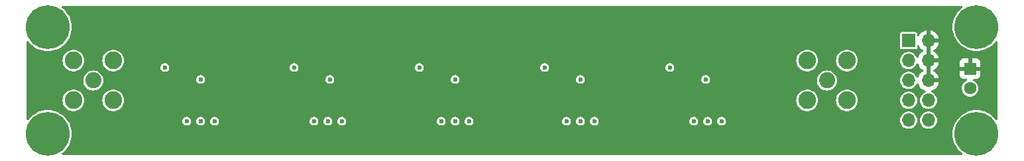
<source format=gbr>
%TF.GenerationSoftware,KiCad,Pcbnew,8.0.1*%
%TF.CreationDate,2024-05-04T10:24:18+02:00*%
%TF.ProjectId,Marconi_2955_Step_Attenuator,4d617263-6f6e-4695-9f32-3935355f5374,rev?*%
%TF.SameCoordinates,Original*%
%TF.FileFunction,Copper,L4,Bot*%
%TF.FilePolarity,Positive*%
%FSLAX46Y46*%
G04 Gerber Fmt 4.6, Leading zero omitted, Abs format (unit mm)*
G04 Created by KiCad (PCBNEW 8.0.1) date 2024-05-04 10:24:18*
%MOMM*%
%LPD*%
G01*
G04 APERTURE LIST*
%TA.AperFunction,ComponentPad*%
%ADD10C,5.600000*%
%TD*%
%TA.AperFunction,ComponentPad*%
%ADD11C,2.250000*%
%TD*%
%TA.AperFunction,ComponentPad*%
%ADD12C,2.050000*%
%TD*%
%TA.AperFunction,ComponentPad*%
%ADD13R,1.600000X1.600000*%
%TD*%
%TA.AperFunction,ComponentPad*%
%ADD14C,1.600000*%
%TD*%
%TA.AperFunction,ComponentPad*%
%ADD15R,1.700000X1.700000*%
%TD*%
%TA.AperFunction,ComponentPad*%
%ADD16O,1.700000X1.700000*%
%TD*%
%TA.AperFunction,ViaPad*%
%ADD17C,0.600000*%
%TD*%
G04 APERTURE END LIST*
D10*
%TO.P,REF\u002A\u002A,1*%
%TO.N,N/C*%
X105181400Y-34467800D03*
%TD*%
%TO.P,REF\u002A\u002A,1*%
%TO.N,N/C*%
X105181400Y-48107600D03*
%TD*%
%TO.P,REF\u002A\u002A,1*%
%TO.N,N/C*%
X223824800Y-48107600D03*
%TD*%
%TO.P,REF\u002A\u002A,1*%
%TO.N,N/C*%
X223824800Y-34442400D03*
%TD*%
D11*
%TO.P,OUT,2,Ext*%
%TO.N,GND*%
X113538000Y-43820000D03*
X113538000Y-38740000D03*
X108458000Y-43820000D03*
X108458000Y-38740000D03*
D12*
%TO.P,OUT,1,In*%
%TO.N,Net-(J1-In)*%
X110998000Y-41280000D03*
%TD*%
D13*
%TO.P,C27,1*%
%TO.N,+5V*%
X223000000Y-39780000D03*
D14*
%TO.P,C27,2*%
%TO.N,GND*%
X223000000Y-42280000D03*
%TD*%
D12*
%TO.P,IN,1,In*%
%TO.N,Net-(J2-In)*%
X204724000Y-41280000D03*
D11*
%TO.P,IN,2,Ext*%
%TO.N,GND*%
X202184000Y-38740000D03*
X202184000Y-43820000D03*
X207264000Y-38740000D03*
X207264000Y-43820000D03*
%TD*%
D15*
%TO.P,PM3,1,Pin_1*%
%TO.N,unconnected-(J3-Pin_1-Pad1)*%
X215138000Y-36195000D03*
D16*
%TO.P,PM3,2,Pin_2*%
%TO.N,+5V*%
X217678000Y-36195000D03*
%TO.P,PM3,3,Pin_3*%
%TO.N,Net-(J3-Pin_3)*%
X215138000Y-38735000D03*
%TO.P,PM3,4,Pin_4*%
%TO.N,+5V*%
X217678000Y-38735000D03*
%TO.P,PM3,5,Pin_5*%
%TO.N,unconnected-(J3-Pin_5-Pad5)*%
X215138000Y-41275000D03*
%TO.P,PM3,6,Pin_6*%
%TO.N,+5V*%
X217678000Y-41275000D03*
%TO.P,PM3,7,Pin_7*%
%TO.N,Net-(J3-Pin_7)*%
X215138000Y-43815000D03*
%TO.P,PM3,8,Pin_8*%
%TO.N,unconnected-(J3-Pin_8-Pad8)*%
X217678000Y-43815000D03*
%TO.P,PM3,9,Pin_9*%
%TO.N,unconnected-(J3-Pin_9-Pad9)*%
X215138000Y-46355000D03*
%TO.P,PM3,10,Pin_10*%
%TO.N,Net-(J3-Pin_10)*%
X217678000Y-46355000D03*
%TD*%
D17*
%TO.N,GND*%
X126502000Y-46482000D03*
X124724000Y-46482000D03*
X173238000Y-41148000D03*
X184668000Y-39624000D03*
X140980000Y-46482000D03*
X136662000Y-39624000D03*
X175016000Y-46482000D03*
X173238000Y-46482000D03*
X120152000Y-39624000D03*
X122946000Y-46482000D03*
X189494000Y-46482000D03*
X155458000Y-46482000D03*
X152664000Y-39624000D03*
X159014000Y-46482000D03*
X191272000Y-46482000D03*
X171460000Y-46482000D03*
X157236000Y-46482000D03*
X141234000Y-41148000D03*
X139202000Y-46482000D03*
X187716000Y-46482000D03*
X168666000Y-39624000D03*
X157236000Y-41148000D03*
X189240000Y-41148000D03*
X142758000Y-46482000D03*
X124724000Y-41148000D03*
%TO.N,+5V*%
X186192000Y-39624000D03*
X121676000Y-36576000D03*
X138186000Y-39624000D03*
X154188000Y-39624000D03*
X186192000Y-36576000D03*
X170190000Y-36576000D03*
X121676000Y-39624000D03*
X170190000Y-39624000D03*
X138186000Y-36576000D03*
X154188000Y-36576000D03*
%TD*%
%TA.AperFunction,Conductor*%
%TO.N,+5V*%
G36*
X217928000Y-40841988D02*
G01*
X217870993Y-40809075D01*
X217743826Y-40775000D01*
X217612174Y-40775000D01*
X217485007Y-40809075D01*
X217428000Y-40841988D01*
X217428000Y-39168012D01*
X217485007Y-39200925D01*
X217612174Y-39235000D01*
X217743826Y-39235000D01*
X217870993Y-39200925D01*
X217928000Y-39168012D01*
X217928000Y-40841988D01*
G37*
%TD.AperFunction*%
%TA.AperFunction,Conductor*%
G36*
X217928000Y-38301988D02*
G01*
X217870993Y-38269075D01*
X217743826Y-38235000D01*
X217612174Y-38235000D01*
X217485007Y-38269075D01*
X217428000Y-38301988D01*
X217428000Y-36628012D01*
X217485007Y-36660925D01*
X217612174Y-36695000D01*
X217743826Y-36695000D01*
X217870993Y-36660925D01*
X217928000Y-36628012D01*
X217928000Y-38301988D01*
G37*
%TD.AperFunction*%
%TA.AperFunction,Conductor*%
G36*
X221982831Y-31800185D02*
G01*
X222028586Y-31852989D01*
X222038530Y-31922147D01*
X222009505Y-31985703D01*
X221987549Y-32005627D01*
X221962383Y-32023483D01*
X221919840Y-32053669D01*
X221664373Y-32281970D01*
X221664370Y-32281973D01*
X221436069Y-32537440D01*
X221237798Y-32816878D01*
X221072063Y-33116753D01*
X220940946Y-33433299D01*
X220846097Y-33762524D01*
X220846095Y-33762533D01*
X220788705Y-34100306D01*
X220788703Y-34100318D01*
X220769493Y-34442400D01*
X220788703Y-34784481D01*
X220788705Y-34784493D01*
X220846095Y-35122266D01*
X220846097Y-35122275D01*
X220904192Y-35323926D01*
X220940947Y-35451504D01*
X221044908Y-35702487D01*
X221072063Y-35768046D01*
X221237798Y-36067921D01*
X221436069Y-36347359D01*
X221664370Y-36602826D01*
X221664373Y-36602829D01*
X221919840Y-36831130D01*
X221919846Y-36831134D01*
X221919847Y-36831135D01*
X222199279Y-37029402D01*
X222499152Y-37195136D01*
X222815696Y-37326253D01*
X223144930Y-37421104D01*
X223482714Y-37478496D01*
X223824800Y-37497707D01*
X224166886Y-37478496D01*
X224504670Y-37421104D01*
X224833904Y-37326253D01*
X225150448Y-37195136D01*
X225450321Y-37029402D01*
X225729753Y-36831135D01*
X225985228Y-36602828D01*
X226213535Y-36347353D01*
X226274371Y-36261611D01*
X226329218Y-36218329D01*
X226398760Y-36211569D01*
X226460917Y-36243479D01*
X226495955Y-36303929D01*
X226499500Y-36333368D01*
X226499500Y-46216631D01*
X226479815Y-46283670D01*
X226427011Y-46329425D01*
X226357853Y-46339369D01*
X226294297Y-46310344D01*
X226274371Y-46288386D01*
X226213537Y-46202650D01*
X226213531Y-46202642D01*
X225985229Y-45947173D01*
X225985226Y-45947170D01*
X225729759Y-45718869D01*
X225450321Y-45520598D01*
X225169967Y-45365652D01*
X225150448Y-45354864D01*
X224833904Y-45223747D01*
X224735857Y-45195500D01*
X224504675Y-45128897D01*
X224504666Y-45128895D01*
X224166893Y-45071505D01*
X224166881Y-45071503D01*
X223824800Y-45052293D01*
X223482718Y-45071503D01*
X223482706Y-45071505D01*
X223144933Y-45128895D01*
X223144924Y-45128897D01*
X222815699Y-45223746D01*
X222815696Y-45223747D01*
X222741452Y-45254500D01*
X222499153Y-45354863D01*
X222199278Y-45520598D01*
X221919840Y-45718869D01*
X221664373Y-45947170D01*
X221664370Y-45947173D01*
X221436069Y-46202640D01*
X221237798Y-46482078D01*
X221072063Y-46781953D01*
X220940946Y-47098499D01*
X220846097Y-47427724D01*
X220846095Y-47427733D01*
X220788705Y-47765506D01*
X220788703Y-47765518D01*
X220769493Y-48107600D01*
X220788703Y-48449681D01*
X220788704Y-48449686D01*
X220846096Y-48787470D01*
X220940947Y-49116704D01*
X221044908Y-49367687D01*
X221072063Y-49433246D01*
X221237798Y-49733121D01*
X221436069Y-50012559D01*
X221664370Y-50268026D01*
X221664373Y-50268029D01*
X221919842Y-50496331D01*
X221919850Y-50496337D01*
X222001640Y-50554371D01*
X222044924Y-50609218D01*
X222051684Y-50678760D01*
X222019773Y-50740917D01*
X221959324Y-50775955D01*
X221929885Y-50779500D01*
X107076315Y-50779500D01*
X107009276Y-50759815D01*
X106963521Y-50707011D01*
X106953577Y-50637853D01*
X106982602Y-50574297D01*
X107004560Y-50554371D01*
X107047809Y-50523683D01*
X107086353Y-50496335D01*
X107341828Y-50268028D01*
X107570135Y-50012553D01*
X107768402Y-49733121D01*
X107934136Y-49433248D01*
X108065253Y-49116704D01*
X108160104Y-48787470D01*
X108217496Y-48449686D01*
X108236707Y-48107600D01*
X108217496Y-47765514D01*
X108160104Y-47427730D01*
X108065253Y-47098496D01*
X107934136Y-46781952D01*
X107768402Y-46482079D01*
X107768346Y-46482000D01*
X122390750Y-46482000D01*
X122409670Y-46625708D01*
X122409671Y-46625712D01*
X122465137Y-46759622D01*
X122465138Y-46759624D01*
X122465139Y-46759625D01*
X122553379Y-46874621D01*
X122668375Y-46962861D01*
X122802291Y-47018330D01*
X122929280Y-47035048D01*
X122945999Y-47037250D01*
X122946000Y-47037250D01*
X122946001Y-47037250D01*
X122960977Y-47035278D01*
X123089709Y-47018330D01*
X123223625Y-46962861D01*
X123338621Y-46874621D01*
X123426861Y-46759625D01*
X123482330Y-46625709D01*
X123501250Y-46482000D01*
X124168750Y-46482000D01*
X124187670Y-46625708D01*
X124187671Y-46625712D01*
X124243137Y-46759622D01*
X124243138Y-46759624D01*
X124243139Y-46759625D01*
X124331379Y-46874621D01*
X124446375Y-46962861D01*
X124580291Y-47018330D01*
X124707280Y-47035048D01*
X124723999Y-47037250D01*
X124724000Y-47037250D01*
X124724001Y-47037250D01*
X124738977Y-47035278D01*
X124867709Y-47018330D01*
X125001625Y-46962861D01*
X125116621Y-46874621D01*
X125204861Y-46759625D01*
X125260330Y-46625709D01*
X125279250Y-46482000D01*
X125946750Y-46482000D01*
X125965670Y-46625708D01*
X125965671Y-46625712D01*
X126021137Y-46759622D01*
X126021138Y-46759624D01*
X126021139Y-46759625D01*
X126109379Y-46874621D01*
X126224375Y-46962861D01*
X126358291Y-47018330D01*
X126485280Y-47035048D01*
X126501999Y-47037250D01*
X126502000Y-47037250D01*
X126502001Y-47037250D01*
X126516977Y-47035278D01*
X126645709Y-47018330D01*
X126779625Y-46962861D01*
X126894621Y-46874621D01*
X126982861Y-46759625D01*
X127038330Y-46625709D01*
X127057250Y-46482000D01*
X138646750Y-46482000D01*
X138665670Y-46625708D01*
X138665671Y-46625712D01*
X138721137Y-46759622D01*
X138721138Y-46759624D01*
X138721139Y-46759625D01*
X138809379Y-46874621D01*
X138924375Y-46962861D01*
X139058291Y-47018330D01*
X139185280Y-47035048D01*
X139201999Y-47037250D01*
X139202000Y-47037250D01*
X139202001Y-47037250D01*
X139216977Y-47035278D01*
X139345709Y-47018330D01*
X139479625Y-46962861D01*
X139594621Y-46874621D01*
X139682861Y-46759625D01*
X139738330Y-46625709D01*
X139757250Y-46482000D01*
X140424750Y-46482000D01*
X140443670Y-46625708D01*
X140443671Y-46625712D01*
X140499137Y-46759622D01*
X140499138Y-46759624D01*
X140499139Y-46759625D01*
X140587379Y-46874621D01*
X140702375Y-46962861D01*
X140836291Y-47018330D01*
X140963280Y-47035048D01*
X140979999Y-47037250D01*
X140980000Y-47037250D01*
X140980001Y-47037250D01*
X140994977Y-47035278D01*
X141123709Y-47018330D01*
X141257625Y-46962861D01*
X141372621Y-46874621D01*
X141460861Y-46759625D01*
X141516330Y-46625709D01*
X141535250Y-46482000D01*
X142202750Y-46482000D01*
X142221670Y-46625708D01*
X142221671Y-46625712D01*
X142277137Y-46759622D01*
X142277138Y-46759624D01*
X142277139Y-46759625D01*
X142365379Y-46874621D01*
X142480375Y-46962861D01*
X142614291Y-47018330D01*
X142741280Y-47035048D01*
X142757999Y-47037250D01*
X142758000Y-47037250D01*
X142758001Y-47037250D01*
X142772977Y-47035278D01*
X142901709Y-47018330D01*
X143035625Y-46962861D01*
X143150621Y-46874621D01*
X143238861Y-46759625D01*
X143294330Y-46625709D01*
X143313250Y-46482000D01*
X154902750Y-46482000D01*
X154921670Y-46625708D01*
X154921671Y-46625712D01*
X154977137Y-46759622D01*
X154977138Y-46759624D01*
X154977139Y-46759625D01*
X155065379Y-46874621D01*
X155180375Y-46962861D01*
X155314291Y-47018330D01*
X155441280Y-47035048D01*
X155457999Y-47037250D01*
X155458000Y-47037250D01*
X155458001Y-47037250D01*
X155472977Y-47035278D01*
X155601709Y-47018330D01*
X155735625Y-46962861D01*
X155850621Y-46874621D01*
X155938861Y-46759625D01*
X155994330Y-46625709D01*
X156013250Y-46482000D01*
X156680750Y-46482000D01*
X156699670Y-46625708D01*
X156699671Y-46625712D01*
X156755137Y-46759622D01*
X156755138Y-46759624D01*
X156755139Y-46759625D01*
X156843379Y-46874621D01*
X156958375Y-46962861D01*
X157092291Y-47018330D01*
X157219280Y-47035048D01*
X157235999Y-47037250D01*
X157236000Y-47037250D01*
X157236001Y-47037250D01*
X157250977Y-47035278D01*
X157379709Y-47018330D01*
X157513625Y-46962861D01*
X157628621Y-46874621D01*
X157716861Y-46759625D01*
X157772330Y-46625709D01*
X157791250Y-46482000D01*
X158458750Y-46482000D01*
X158477670Y-46625708D01*
X158477671Y-46625712D01*
X158533137Y-46759622D01*
X158533138Y-46759624D01*
X158533139Y-46759625D01*
X158621379Y-46874621D01*
X158736375Y-46962861D01*
X158870291Y-47018330D01*
X158997280Y-47035048D01*
X159013999Y-47037250D01*
X159014000Y-47037250D01*
X159014001Y-47037250D01*
X159028977Y-47035278D01*
X159157709Y-47018330D01*
X159291625Y-46962861D01*
X159406621Y-46874621D01*
X159494861Y-46759625D01*
X159550330Y-46625709D01*
X159569250Y-46482000D01*
X170904750Y-46482000D01*
X170923670Y-46625708D01*
X170923671Y-46625712D01*
X170979137Y-46759622D01*
X170979138Y-46759624D01*
X170979139Y-46759625D01*
X171067379Y-46874621D01*
X171182375Y-46962861D01*
X171316291Y-47018330D01*
X171443280Y-47035048D01*
X171459999Y-47037250D01*
X171460000Y-47037250D01*
X171460001Y-47037250D01*
X171474977Y-47035278D01*
X171603709Y-47018330D01*
X171737625Y-46962861D01*
X171852621Y-46874621D01*
X171940861Y-46759625D01*
X171996330Y-46625709D01*
X172015250Y-46482000D01*
X172682750Y-46482000D01*
X172701670Y-46625708D01*
X172701671Y-46625712D01*
X172757137Y-46759622D01*
X172757138Y-46759624D01*
X172757139Y-46759625D01*
X172845379Y-46874621D01*
X172960375Y-46962861D01*
X173094291Y-47018330D01*
X173221280Y-47035048D01*
X173237999Y-47037250D01*
X173238000Y-47037250D01*
X173238001Y-47037250D01*
X173252977Y-47035278D01*
X173381709Y-47018330D01*
X173515625Y-46962861D01*
X173630621Y-46874621D01*
X173718861Y-46759625D01*
X173774330Y-46625709D01*
X173793250Y-46482000D01*
X174460750Y-46482000D01*
X174479670Y-46625708D01*
X174479671Y-46625712D01*
X174535137Y-46759622D01*
X174535138Y-46759624D01*
X174535139Y-46759625D01*
X174623379Y-46874621D01*
X174738375Y-46962861D01*
X174872291Y-47018330D01*
X174999280Y-47035048D01*
X175015999Y-47037250D01*
X175016000Y-47037250D01*
X175016001Y-47037250D01*
X175030977Y-47035278D01*
X175159709Y-47018330D01*
X175293625Y-46962861D01*
X175408621Y-46874621D01*
X175496861Y-46759625D01*
X175552330Y-46625709D01*
X175571250Y-46482000D01*
X187160750Y-46482000D01*
X187179670Y-46625708D01*
X187179671Y-46625712D01*
X187235137Y-46759622D01*
X187235138Y-46759624D01*
X187235139Y-46759625D01*
X187323379Y-46874621D01*
X187438375Y-46962861D01*
X187572291Y-47018330D01*
X187699280Y-47035048D01*
X187715999Y-47037250D01*
X187716000Y-47037250D01*
X187716001Y-47037250D01*
X187730977Y-47035278D01*
X187859709Y-47018330D01*
X187993625Y-46962861D01*
X188108621Y-46874621D01*
X188196861Y-46759625D01*
X188252330Y-46625709D01*
X188271250Y-46482000D01*
X188938750Y-46482000D01*
X188957670Y-46625708D01*
X188957671Y-46625712D01*
X189013137Y-46759622D01*
X189013138Y-46759624D01*
X189013139Y-46759625D01*
X189101379Y-46874621D01*
X189216375Y-46962861D01*
X189350291Y-47018330D01*
X189477280Y-47035048D01*
X189493999Y-47037250D01*
X189494000Y-47037250D01*
X189494001Y-47037250D01*
X189508977Y-47035278D01*
X189637709Y-47018330D01*
X189771625Y-46962861D01*
X189886621Y-46874621D01*
X189974861Y-46759625D01*
X190030330Y-46625709D01*
X190049250Y-46482000D01*
X190716750Y-46482000D01*
X190735670Y-46625708D01*
X190735671Y-46625712D01*
X190791137Y-46759622D01*
X190791138Y-46759624D01*
X190791139Y-46759625D01*
X190879379Y-46874621D01*
X190994375Y-46962861D01*
X191128291Y-47018330D01*
X191255280Y-47035048D01*
X191271999Y-47037250D01*
X191272000Y-47037250D01*
X191272001Y-47037250D01*
X191286977Y-47035278D01*
X191415709Y-47018330D01*
X191549625Y-46962861D01*
X191664621Y-46874621D01*
X191752861Y-46759625D01*
X191808330Y-46625709D01*
X191827250Y-46482000D01*
X191810530Y-46355000D01*
X214032785Y-46355000D01*
X214051602Y-46558082D01*
X214107417Y-46754247D01*
X214107422Y-46754260D01*
X214198327Y-46936821D01*
X214321237Y-47099581D01*
X214471958Y-47236980D01*
X214471960Y-47236982D01*
X214571141Y-47298392D01*
X214645363Y-47344348D01*
X214835544Y-47418024D01*
X215036024Y-47455500D01*
X215036026Y-47455500D01*
X215239974Y-47455500D01*
X215239976Y-47455500D01*
X215440456Y-47418024D01*
X215630637Y-47344348D01*
X215804041Y-47236981D01*
X215954764Y-47099579D01*
X216077673Y-46936821D01*
X216168582Y-46754250D01*
X216224397Y-46558083D01*
X216243215Y-46355000D01*
X216572785Y-46355000D01*
X216591602Y-46558082D01*
X216647417Y-46754247D01*
X216647422Y-46754260D01*
X216738327Y-46936821D01*
X216861237Y-47099581D01*
X217011958Y-47236980D01*
X217011960Y-47236982D01*
X217111141Y-47298392D01*
X217185363Y-47344348D01*
X217375544Y-47418024D01*
X217576024Y-47455500D01*
X217576026Y-47455500D01*
X217779974Y-47455500D01*
X217779976Y-47455500D01*
X217980456Y-47418024D01*
X218170637Y-47344348D01*
X218344041Y-47236981D01*
X218494764Y-47099579D01*
X218617673Y-46936821D01*
X218708582Y-46754250D01*
X218764397Y-46558083D01*
X218783215Y-46355000D01*
X218777042Y-46288386D01*
X218764397Y-46151917D01*
X218721496Y-46001139D01*
X218708582Y-45955750D01*
X218704311Y-45947173D01*
X218664272Y-45866764D01*
X218617673Y-45773179D01*
X218494764Y-45610421D01*
X218494762Y-45610418D01*
X218344041Y-45473019D01*
X218344039Y-45473017D01*
X218170642Y-45365655D01*
X218170635Y-45365651D01*
X218075546Y-45328814D01*
X217980456Y-45291976D01*
X217779976Y-45254500D01*
X217576024Y-45254500D01*
X217375544Y-45291976D01*
X217375541Y-45291976D01*
X217375541Y-45291977D01*
X217185364Y-45365651D01*
X217185357Y-45365655D01*
X217011960Y-45473017D01*
X217011958Y-45473019D01*
X216861237Y-45610418D01*
X216738327Y-45773178D01*
X216647422Y-45955739D01*
X216647417Y-45955752D01*
X216591602Y-46151917D01*
X216572785Y-46354999D01*
X216572785Y-46355000D01*
X216243215Y-46355000D01*
X216237042Y-46288386D01*
X216224397Y-46151917D01*
X216181496Y-46001139D01*
X216168582Y-45955750D01*
X216164311Y-45947173D01*
X216124272Y-45866764D01*
X216077673Y-45773179D01*
X215954764Y-45610421D01*
X215954762Y-45610418D01*
X215804041Y-45473019D01*
X215804039Y-45473017D01*
X215630642Y-45365655D01*
X215630635Y-45365651D01*
X215535546Y-45328814D01*
X215440456Y-45291976D01*
X215239976Y-45254500D01*
X215036024Y-45254500D01*
X214835544Y-45291976D01*
X214835541Y-45291976D01*
X214835541Y-45291977D01*
X214645364Y-45365651D01*
X214645357Y-45365655D01*
X214471960Y-45473017D01*
X214471958Y-45473019D01*
X214321237Y-45610418D01*
X214198327Y-45773178D01*
X214107422Y-45955739D01*
X214107417Y-45955752D01*
X214051602Y-46151917D01*
X214032785Y-46354999D01*
X214032785Y-46355000D01*
X191810530Y-46355000D01*
X191808330Y-46338291D01*
X191752861Y-46204375D01*
X191664621Y-46089379D01*
X191549625Y-46001139D01*
X191549624Y-46001138D01*
X191549622Y-46001137D01*
X191415712Y-45945671D01*
X191415710Y-45945670D01*
X191415709Y-45945670D01*
X191343854Y-45936210D01*
X191272001Y-45926750D01*
X191271999Y-45926750D01*
X191128291Y-45945670D01*
X191128287Y-45945671D01*
X190994377Y-46001137D01*
X190879379Y-46089379D01*
X190791137Y-46204377D01*
X190735671Y-46338287D01*
X190735670Y-46338291D01*
X190716750Y-46481999D01*
X190716750Y-46482000D01*
X190049250Y-46482000D01*
X190030330Y-46338291D01*
X189974861Y-46204375D01*
X189886621Y-46089379D01*
X189771625Y-46001139D01*
X189771624Y-46001138D01*
X189771622Y-46001137D01*
X189637712Y-45945671D01*
X189637710Y-45945670D01*
X189637709Y-45945670D01*
X189565854Y-45936210D01*
X189494001Y-45926750D01*
X189493999Y-45926750D01*
X189350291Y-45945670D01*
X189350287Y-45945671D01*
X189216377Y-46001137D01*
X189101379Y-46089379D01*
X189013137Y-46204377D01*
X188957671Y-46338287D01*
X188957670Y-46338291D01*
X188938750Y-46481999D01*
X188938750Y-46482000D01*
X188271250Y-46482000D01*
X188252330Y-46338291D01*
X188196861Y-46204375D01*
X188108621Y-46089379D01*
X187993625Y-46001139D01*
X187993624Y-46001138D01*
X187993622Y-46001137D01*
X187859712Y-45945671D01*
X187859710Y-45945670D01*
X187859709Y-45945670D01*
X187787854Y-45936210D01*
X187716001Y-45926750D01*
X187715999Y-45926750D01*
X187572291Y-45945670D01*
X187572287Y-45945671D01*
X187438377Y-46001137D01*
X187323379Y-46089379D01*
X187235137Y-46204377D01*
X187179671Y-46338287D01*
X187179670Y-46338291D01*
X187160750Y-46481999D01*
X187160750Y-46482000D01*
X175571250Y-46482000D01*
X175552330Y-46338291D01*
X175496861Y-46204375D01*
X175408621Y-46089379D01*
X175293625Y-46001139D01*
X175293624Y-46001138D01*
X175293622Y-46001137D01*
X175159712Y-45945671D01*
X175159710Y-45945670D01*
X175159709Y-45945670D01*
X175087854Y-45936210D01*
X175016001Y-45926750D01*
X175015999Y-45926750D01*
X174872291Y-45945670D01*
X174872287Y-45945671D01*
X174738377Y-46001137D01*
X174623379Y-46089379D01*
X174535137Y-46204377D01*
X174479671Y-46338287D01*
X174479670Y-46338291D01*
X174460750Y-46481999D01*
X174460750Y-46482000D01*
X173793250Y-46482000D01*
X173774330Y-46338291D01*
X173718861Y-46204375D01*
X173630621Y-46089379D01*
X173515625Y-46001139D01*
X173515624Y-46001138D01*
X173515622Y-46001137D01*
X173381712Y-45945671D01*
X173381710Y-45945670D01*
X173381709Y-45945670D01*
X173309854Y-45936210D01*
X173238001Y-45926750D01*
X173237999Y-45926750D01*
X173094291Y-45945670D01*
X173094287Y-45945671D01*
X172960377Y-46001137D01*
X172845379Y-46089379D01*
X172757137Y-46204377D01*
X172701671Y-46338287D01*
X172701670Y-46338291D01*
X172682750Y-46481999D01*
X172682750Y-46482000D01*
X172015250Y-46482000D01*
X171996330Y-46338291D01*
X171940861Y-46204375D01*
X171852621Y-46089379D01*
X171737625Y-46001139D01*
X171737624Y-46001138D01*
X171737622Y-46001137D01*
X171603712Y-45945671D01*
X171603710Y-45945670D01*
X171603709Y-45945670D01*
X171531854Y-45936210D01*
X171460001Y-45926750D01*
X171459999Y-45926750D01*
X171316291Y-45945670D01*
X171316287Y-45945671D01*
X171182377Y-46001137D01*
X171067379Y-46089379D01*
X170979137Y-46204377D01*
X170923671Y-46338287D01*
X170923670Y-46338291D01*
X170904750Y-46481999D01*
X170904750Y-46482000D01*
X159569250Y-46482000D01*
X159550330Y-46338291D01*
X159494861Y-46204375D01*
X159406621Y-46089379D01*
X159291625Y-46001139D01*
X159291624Y-46001138D01*
X159291622Y-46001137D01*
X159157712Y-45945671D01*
X159157710Y-45945670D01*
X159157709Y-45945670D01*
X159085854Y-45936210D01*
X159014001Y-45926750D01*
X159013999Y-45926750D01*
X158870291Y-45945670D01*
X158870287Y-45945671D01*
X158736377Y-46001137D01*
X158621379Y-46089379D01*
X158533137Y-46204377D01*
X158477671Y-46338287D01*
X158477670Y-46338291D01*
X158458750Y-46481999D01*
X158458750Y-46482000D01*
X157791250Y-46482000D01*
X157772330Y-46338291D01*
X157716861Y-46204375D01*
X157628621Y-46089379D01*
X157513625Y-46001139D01*
X157513624Y-46001138D01*
X157513622Y-46001137D01*
X157379712Y-45945671D01*
X157379710Y-45945670D01*
X157379709Y-45945670D01*
X157307854Y-45936210D01*
X157236001Y-45926750D01*
X157235999Y-45926750D01*
X157092291Y-45945670D01*
X157092287Y-45945671D01*
X156958377Y-46001137D01*
X156843379Y-46089379D01*
X156755137Y-46204377D01*
X156699671Y-46338287D01*
X156699670Y-46338291D01*
X156680750Y-46481999D01*
X156680750Y-46482000D01*
X156013250Y-46482000D01*
X155994330Y-46338291D01*
X155938861Y-46204375D01*
X155850621Y-46089379D01*
X155735625Y-46001139D01*
X155735624Y-46001138D01*
X155735622Y-46001137D01*
X155601712Y-45945671D01*
X155601710Y-45945670D01*
X155601709Y-45945670D01*
X155529854Y-45936210D01*
X155458001Y-45926750D01*
X155457999Y-45926750D01*
X155314291Y-45945670D01*
X155314287Y-45945671D01*
X155180377Y-46001137D01*
X155065379Y-46089379D01*
X154977137Y-46204377D01*
X154921671Y-46338287D01*
X154921670Y-46338291D01*
X154902750Y-46481999D01*
X154902750Y-46482000D01*
X143313250Y-46482000D01*
X143294330Y-46338291D01*
X143238861Y-46204375D01*
X143150621Y-46089379D01*
X143035625Y-46001139D01*
X143035624Y-46001138D01*
X143035622Y-46001137D01*
X142901712Y-45945671D01*
X142901710Y-45945670D01*
X142901709Y-45945670D01*
X142829854Y-45936210D01*
X142758001Y-45926750D01*
X142757999Y-45926750D01*
X142614291Y-45945670D01*
X142614287Y-45945671D01*
X142480377Y-46001137D01*
X142365379Y-46089379D01*
X142277137Y-46204377D01*
X142221671Y-46338287D01*
X142221670Y-46338291D01*
X142202750Y-46481999D01*
X142202750Y-46482000D01*
X141535250Y-46482000D01*
X141516330Y-46338291D01*
X141460861Y-46204375D01*
X141372621Y-46089379D01*
X141257625Y-46001139D01*
X141257624Y-46001138D01*
X141257622Y-46001137D01*
X141123712Y-45945671D01*
X141123710Y-45945670D01*
X141123709Y-45945670D01*
X141051854Y-45936210D01*
X140980001Y-45926750D01*
X140979999Y-45926750D01*
X140836291Y-45945670D01*
X140836287Y-45945671D01*
X140702377Y-46001137D01*
X140587379Y-46089379D01*
X140499137Y-46204377D01*
X140443671Y-46338287D01*
X140443670Y-46338291D01*
X140424750Y-46481999D01*
X140424750Y-46482000D01*
X139757250Y-46482000D01*
X139738330Y-46338291D01*
X139682861Y-46204375D01*
X139594621Y-46089379D01*
X139479625Y-46001139D01*
X139479624Y-46001138D01*
X139479622Y-46001137D01*
X139345712Y-45945671D01*
X139345710Y-45945670D01*
X139345709Y-45945670D01*
X139273854Y-45936210D01*
X139202001Y-45926750D01*
X139201999Y-45926750D01*
X139058291Y-45945670D01*
X139058287Y-45945671D01*
X138924377Y-46001137D01*
X138809379Y-46089379D01*
X138721137Y-46204377D01*
X138665671Y-46338287D01*
X138665670Y-46338291D01*
X138646750Y-46481999D01*
X138646750Y-46482000D01*
X127057250Y-46482000D01*
X127038330Y-46338291D01*
X126982861Y-46204375D01*
X126894621Y-46089379D01*
X126779625Y-46001139D01*
X126779624Y-46001138D01*
X126779622Y-46001137D01*
X126645712Y-45945671D01*
X126645710Y-45945670D01*
X126645709Y-45945670D01*
X126573854Y-45936210D01*
X126502001Y-45926750D01*
X126501999Y-45926750D01*
X126358291Y-45945670D01*
X126358287Y-45945671D01*
X126224377Y-46001137D01*
X126109379Y-46089379D01*
X126021137Y-46204377D01*
X125965671Y-46338287D01*
X125965670Y-46338291D01*
X125946750Y-46481999D01*
X125946750Y-46482000D01*
X125279250Y-46482000D01*
X125260330Y-46338291D01*
X125204861Y-46204375D01*
X125116621Y-46089379D01*
X125001625Y-46001139D01*
X125001624Y-46001138D01*
X125001622Y-46001137D01*
X124867712Y-45945671D01*
X124867710Y-45945670D01*
X124867709Y-45945670D01*
X124795854Y-45936210D01*
X124724001Y-45926750D01*
X124723999Y-45926750D01*
X124580291Y-45945670D01*
X124580287Y-45945671D01*
X124446377Y-46001137D01*
X124331379Y-46089379D01*
X124243137Y-46204377D01*
X124187671Y-46338287D01*
X124187670Y-46338291D01*
X124168750Y-46481999D01*
X124168750Y-46482000D01*
X123501250Y-46482000D01*
X123482330Y-46338291D01*
X123426861Y-46204375D01*
X123338621Y-46089379D01*
X123223625Y-46001139D01*
X123223624Y-46001138D01*
X123223622Y-46001137D01*
X123089712Y-45945671D01*
X123089710Y-45945670D01*
X123089709Y-45945670D01*
X123017854Y-45936210D01*
X122946001Y-45926750D01*
X122945999Y-45926750D01*
X122802291Y-45945670D01*
X122802287Y-45945671D01*
X122668377Y-46001137D01*
X122553379Y-46089379D01*
X122465137Y-46204377D01*
X122409671Y-46338287D01*
X122409670Y-46338291D01*
X122390750Y-46481999D01*
X122390750Y-46482000D01*
X107768346Y-46482000D01*
X107570135Y-46202647D01*
X107570131Y-46202642D01*
X107570130Y-46202640D01*
X107341829Y-45947173D01*
X107341826Y-45947170D01*
X107086359Y-45718869D01*
X106806921Y-45520598D01*
X106526567Y-45365652D01*
X106507048Y-45354864D01*
X106190504Y-45223747D01*
X106092457Y-45195500D01*
X105861275Y-45128897D01*
X105861266Y-45128895D01*
X105523493Y-45071505D01*
X105523481Y-45071503D01*
X105181400Y-45052293D01*
X104839318Y-45071503D01*
X104839306Y-45071505D01*
X104501533Y-45128895D01*
X104501524Y-45128897D01*
X104172299Y-45223746D01*
X104172296Y-45223747D01*
X104098052Y-45254500D01*
X103855753Y-45354863D01*
X103555878Y-45520598D01*
X103276440Y-45718869D01*
X103020973Y-45947170D01*
X103020970Y-45947173D01*
X102792668Y-46202642D01*
X102792662Y-46202650D01*
X102725629Y-46297124D01*
X102670782Y-46340408D01*
X102601240Y-46347168D01*
X102539083Y-46315257D01*
X102504045Y-46254808D01*
X102500500Y-46225369D01*
X102500500Y-43820006D01*
X107077786Y-43820006D01*
X107096608Y-44047168D01*
X107096610Y-44047179D01*
X107152569Y-44268155D01*
X107244137Y-44476908D01*
X107368814Y-44667742D01*
X107523208Y-44835458D01*
X107523212Y-44835461D01*
X107577897Y-44878024D01*
X107703094Y-44975469D01*
X107703096Y-44975470D01*
X107703099Y-44975472D01*
X107819646Y-45038543D01*
X107903574Y-45083963D01*
X108015529Y-45122397D01*
X108119173Y-45157979D01*
X108119175Y-45157979D01*
X108119177Y-45157980D01*
X108344023Y-45195500D01*
X108344024Y-45195500D01*
X108571976Y-45195500D01*
X108571977Y-45195500D01*
X108796823Y-45157980D01*
X109012426Y-45083963D01*
X109212906Y-44975469D01*
X109392794Y-44835456D01*
X109547183Y-44667745D01*
X109671862Y-44476909D01*
X109763430Y-44268155D01*
X109819390Y-44047176D01*
X109838214Y-43820006D01*
X112157786Y-43820006D01*
X112176608Y-44047168D01*
X112176610Y-44047179D01*
X112232569Y-44268155D01*
X112324137Y-44476908D01*
X112448814Y-44667742D01*
X112603208Y-44835458D01*
X112603212Y-44835461D01*
X112657897Y-44878024D01*
X112783094Y-44975469D01*
X112783096Y-44975470D01*
X112783099Y-44975472D01*
X112899646Y-45038543D01*
X112983574Y-45083963D01*
X113095529Y-45122397D01*
X113199173Y-45157979D01*
X113199175Y-45157979D01*
X113199177Y-45157980D01*
X113424023Y-45195500D01*
X113424024Y-45195500D01*
X113651976Y-45195500D01*
X113651977Y-45195500D01*
X113876823Y-45157980D01*
X114092426Y-45083963D01*
X114292906Y-44975469D01*
X114472794Y-44835456D01*
X114627183Y-44667745D01*
X114751862Y-44476909D01*
X114843430Y-44268155D01*
X114899390Y-44047176D01*
X114918214Y-43820006D01*
X200803786Y-43820006D01*
X200822608Y-44047168D01*
X200822610Y-44047179D01*
X200878569Y-44268155D01*
X200970137Y-44476908D01*
X201094814Y-44667742D01*
X201249208Y-44835458D01*
X201249212Y-44835461D01*
X201303897Y-44878024D01*
X201429094Y-44975469D01*
X201429096Y-44975470D01*
X201429099Y-44975472D01*
X201545646Y-45038543D01*
X201629574Y-45083963D01*
X201741529Y-45122397D01*
X201845173Y-45157979D01*
X201845175Y-45157979D01*
X201845177Y-45157980D01*
X202070023Y-45195500D01*
X202070024Y-45195500D01*
X202297976Y-45195500D01*
X202297977Y-45195500D01*
X202522823Y-45157980D01*
X202738426Y-45083963D01*
X202938906Y-44975469D01*
X203118794Y-44835456D01*
X203273183Y-44667745D01*
X203397862Y-44476909D01*
X203489430Y-44268155D01*
X203545390Y-44047176D01*
X203564214Y-43820006D01*
X205883786Y-43820006D01*
X205902608Y-44047168D01*
X205902610Y-44047179D01*
X205958569Y-44268155D01*
X206050137Y-44476908D01*
X206174814Y-44667742D01*
X206329208Y-44835458D01*
X206329212Y-44835461D01*
X206383897Y-44878024D01*
X206509094Y-44975469D01*
X206509096Y-44975470D01*
X206509099Y-44975472D01*
X206625646Y-45038543D01*
X206709574Y-45083963D01*
X206821529Y-45122397D01*
X206925173Y-45157979D01*
X206925175Y-45157979D01*
X206925177Y-45157980D01*
X207150023Y-45195500D01*
X207150024Y-45195500D01*
X207377976Y-45195500D01*
X207377977Y-45195500D01*
X207602823Y-45157980D01*
X207818426Y-45083963D01*
X208018906Y-44975469D01*
X208198794Y-44835456D01*
X208353183Y-44667745D01*
X208477862Y-44476909D01*
X208569430Y-44268155D01*
X208625390Y-44047176D01*
X208644214Y-43820000D01*
X208644214Y-43819993D01*
X208643800Y-43815000D01*
X214032785Y-43815000D01*
X214051602Y-44018082D01*
X214107417Y-44214247D01*
X214107422Y-44214260D01*
X214198327Y-44396821D01*
X214321237Y-44559581D01*
X214471958Y-44696980D01*
X214471960Y-44696982D01*
X214571141Y-44758392D01*
X214645363Y-44804348D01*
X214835544Y-44878024D01*
X215036024Y-44915500D01*
X215036026Y-44915500D01*
X215239974Y-44915500D01*
X215239976Y-44915500D01*
X215440456Y-44878024D01*
X215630637Y-44804348D01*
X215804041Y-44696981D01*
X215954764Y-44559579D01*
X216077673Y-44396821D01*
X216168582Y-44214250D01*
X216224397Y-44018083D01*
X216243215Y-43815000D01*
X216224397Y-43611917D01*
X216168582Y-43415750D01*
X216077673Y-43233179D01*
X215954764Y-43070421D01*
X215954762Y-43070418D01*
X215804041Y-42933019D01*
X215804039Y-42933017D01*
X215630642Y-42825655D01*
X215630635Y-42825651D01*
X215516321Y-42781366D01*
X215440456Y-42751976D01*
X215239976Y-42714500D01*
X215036024Y-42714500D01*
X214835544Y-42751976D01*
X214835541Y-42751976D01*
X214835541Y-42751977D01*
X214645364Y-42825651D01*
X214645357Y-42825655D01*
X214471960Y-42933017D01*
X214471958Y-42933019D01*
X214321237Y-43070418D01*
X214198327Y-43233178D01*
X214107422Y-43415739D01*
X214107417Y-43415752D01*
X214051602Y-43611917D01*
X214032785Y-43814999D01*
X214032785Y-43815000D01*
X208643800Y-43815000D01*
X208625391Y-43592831D01*
X208625389Y-43592820D01*
X208569430Y-43371844D01*
X208477862Y-43163091D01*
X208353185Y-42972257D01*
X208255784Y-42866452D01*
X208198794Y-42804544D01*
X208198793Y-42804543D01*
X208198791Y-42804541D01*
X208198787Y-42804538D01*
X208018909Y-42664533D01*
X208018900Y-42664527D01*
X207818432Y-42556040D01*
X207818429Y-42556039D01*
X207818426Y-42556037D01*
X207818420Y-42556035D01*
X207818418Y-42556034D01*
X207602826Y-42482020D01*
X207434188Y-42453880D01*
X207377977Y-42444500D01*
X207150023Y-42444500D01*
X207125453Y-42448600D01*
X206925173Y-42482020D01*
X206709581Y-42556034D01*
X206709567Y-42556040D01*
X206509099Y-42664527D01*
X206509090Y-42664533D01*
X206329212Y-42804538D01*
X206329208Y-42804541D01*
X206174814Y-42972257D01*
X206050137Y-43163091D01*
X205958569Y-43371844D01*
X205902610Y-43592820D01*
X205902608Y-43592831D01*
X205883786Y-43819993D01*
X205883786Y-43820006D01*
X203564214Y-43820006D01*
X203564214Y-43820000D01*
X203564214Y-43819993D01*
X203545391Y-43592831D01*
X203545389Y-43592820D01*
X203489430Y-43371844D01*
X203397862Y-43163091D01*
X203273185Y-42972257D01*
X203175784Y-42866452D01*
X203118794Y-42804544D01*
X203118793Y-42804543D01*
X203118791Y-42804541D01*
X203118787Y-42804538D01*
X202938909Y-42664533D01*
X202938900Y-42664527D01*
X202738432Y-42556040D01*
X202738429Y-42556039D01*
X202738426Y-42556037D01*
X202738420Y-42556035D01*
X202738418Y-42556034D01*
X202522826Y-42482020D01*
X202354188Y-42453880D01*
X202297977Y-42444500D01*
X202070023Y-42444500D01*
X202045453Y-42448600D01*
X201845173Y-42482020D01*
X201629581Y-42556034D01*
X201629567Y-42556040D01*
X201429099Y-42664527D01*
X201429090Y-42664533D01*
X201249212Y-42804538D01*
X201249208Y-42804541D01*
X201094814Y-42972257D01*
X200970137Y-43163091D01*
X200878569Y-43371844D01*
X200822610Y-43592820D01*
X200822608Y-43592831D01*
X200803786Y-43819993D01*
X200803786Y-43820006D01*
X114918214Y-43820006D01*
X114918214Y-43820000D01*
X114918214Y-43819993D01*
X114899391Y-43592831D01*
X114899389Y-43592820D01*
X114843430Y-43371844D01*
X114751862Y-43163091D01*
X114627185Y-42972257D01*
X114529784Y-42866452D01*
X114472794Y-42804544D01*
X114472793Y-42804543D01*
X114472791Y-42804541D01*
X114472787Y-42804538D01*
X114292909Y-42664533D01*
X114292900Y-42664527D01*
X114092432Y-42556040D01*
X114092429Y-42556039D01*
X114092426Y-42556037D01*
X114092420Y-42556035D01*
X114092418Y-42556034D01*
X113876826Y-42482020D01*
X113708188Y-42453880D01*
X113651977Y-42444500D01*
X113424023Y-42444500D01*
X113399453Y-42448600D01*
X113199173Y-42482020D01*
X112983581Y-42556034D01*
X112983567Y-42556040D01*
X112783099Y-42664527D01*
X112783090Y-42664533D01*
X112603212Y-42804538D01*
X112603208Y-42804541D01*
X112448814Y-42972257D01*
X112324137Y-43163091D01*
X112232569Y-43371844D01*
X112176610Y-43592820D01*
X112176608Y-43592831D01*
X112157786Y-43819993D01*
X112157786Y-43820006D01*
X109838214Y-43820006D01*
X109838214Y-43820000D01*
X109838214Y-43819993D01*
X109819391Y-43592831D01*
X109819389Y-43592820D01*
X109763430Y-43371844D01*
X109671862Y-43163091D01*
X109547185Y-42972257D01*
X109449784Y-42866452D01*
X109392794Y-42804544D01*
X109392793Y-42804543D01*
X109392791Y-42804541D01*
X109392787Y-42804538D01*
X109212909Y-42664533D01*
X109212900Y-42664527D01*
X109012432Y-42556040D01*
X109012429Y-42556039D01*
X109012426Y-42556037D01*
X109012420Y-42556035D01*
X109012418Y-42556034D01*
X108796826Y-42482020D01*
X108628188Y-42453880D01*
X108571977Y-42444500D01*
X108344023Y-42444500D01*
X108319453Y-42448600D01*
X108119173Y-42482020D01*
X107903581Y-42556034D01*
X107903567Y-42556040D01*
X107703099Y-42664527D01*
X107703090Y-42664533D01*
X107523212Y-42804538D01*
X107523208Y-42804541D01*
X107368814Y-42972257D01*
X107244137Y-43163091D01*
X107152569Y-43371844D01*
X107096610Y-43592820D01*
X107096608Y-43592831D01*
X107077786Y-43819993D01*
X107077786Y-43820006D01*
X102500500Y-43820006D01*
X102500500Y-41280000D01*
X109717628Y-41280000D01*
X109737079Y-41502329D01*
X109737081Y-41502339D01*
X109794841Y-41717905D01*
X109794843Y-41717909D01*
X109794844Y-41717913D01*
X109889165Y-41920186D01*
X110017178Y-42103007D01*
X110174993Y-42260822D01*
X110357814Y-42388835D01*
X110560087Y-42483156D01*
X110560093Y-42483157D01*
X110560094Y-42483158D01*
X110611980Y-42497060D01*
X110775666Y-42540920D01*
X110948486Y-42556040D01*
X110997999Y-42560372D01*
X110998000Y-42560372D01*
X110998001Y-42560372D01*
X111047514Y-42556040D01*
X111220334Y-42540920D01*
X111435913Y-42483156D01*
X111638186Y-42388835D01*
X111821007Y-42260822D01*
X111978822Y-42103007D01*
X112106835Y-41920186D01*
X112201156Y-41717913D01*
X112258920Y-41502334D01*
X112278372Y-41280000D01*
X112277934Y-41274999D01*
X112266823Y-41148000D01*
X124168750Y-41148000D01*
X124186813Y-41285203D01*
X124187670Y-41291708D01*
X124187671Y-41291712D01*
X124243137Y-41425622D01*
X124243138Y-41425624D01*
X124243139Y-41425625D01*
X124331379Y-41540621D01*
X124446375Y-41628861D01*
X124580291Y-41684330D01*
X124707280Y-41701048D01*
X124723999Y-41703250D01*
X124724000Y-41703250D01*
X124724001Y-41703250D01*
X124738977Y-41701278D01*
X124867709Y-41684330D01*
X125001625Y-41628861D01*
X125116621Y-41540621D01*
X125204861Y-41425625D01*
X125260330Y-41291709D01*
X125279250Y-41148000D01*
X140678750Y-41148000D01*
X140696813Y-41285203D01*
X140697670Y-41291708D01*
X140697671Y-41291712D01*
X140753137Y-41425622D01*
X140753138Y-41425624D01*
X140753139Y-41425625D01*
X140841379Y-41540621D01*
X140956375Y-41628861D01*
X141090291Y-41684330D01*
X141217280Y-41701048D01*
X141233999Y-41703250D01*
X141234000Y-41703250D01*
X141234001Y-41703250D01*
X141248977Y-41701278D01*
X141377709Y-41684330D01*
X141511625Y-41628861D01*
X141626621Y-41540621D01*
X141714861Y-41425625D01*
X141770330Y-41291709D01*
X141789250Y-41148000D01*
X156680750Y-41148000D01*
X156698813Y-41285203D01*
X156699670Y-41291708D01*
X156699671Y-41291712D01*
X156755137Y-41425622D01*
X156755138Y-41425624D01*
X156755139Y-41425625D01*
X156843379Y-41540621D01*
X156958375Y-41628861D01*
X157092291Y-41684330D01*
X157219280Y-41701048D01*
X157235999Y-41703250D01*
X157236000Y-41703250D01*
X157236001Y-41703250D01*
X157250977Y-41701278D01*
X157379709Y-41684330D01*
X157513625Y-41628861D01*
X157628621Y-41540621D01*
X157716861Y-41425625D01*
X157772330Y-41291709D01*
X157791250Y-41148000D01*
X172682750Y-41148000D01*
X172700813Y-41285203D01*
X172701670Y-41291708D01*
X172701671Y-41291712D01*
X172757137Y-41425622D01*
X172757138Y-41425624D01*
X172757139Y-41425625D01*
X172845379Y-41540621D01*
X172960375Y-41628861D01*
X173094291Y-41684330D01*
X173221280Y-41701048D01*
X173237999Y-41703250D01*
X173238000Y-41703250D01*
X173238001Y-41703250D01*
X173252977Y-41701278D01*
X173381709Y-41684330D01*
X173515625Y-41628861D01*
X173630621Y-41540621D01*
X173718861Y-41425625D01*
X173774330Y-41291709D01*
X173793250Y-41148000D01*
X188684750Y-41148000D01*
X188702813Y-41285203D01*
X188703670Y-41291708D01*
X188703671Y-41291712D01*
X188759137Y-41425622D01*
X188759138Y-41425624D01*
X188759139Y-41425625D01*
X188847379Y-41540621D01*
X188962375Y-41628861D01*
X189096291Y-41684330D01*
X189223280Y-41701048D01*
X189239999Y-41703250D01*
X189240000Y-41703250D01*
X189240001Y-41703250D01*
X189254977Y-41701278D01*
X189383709Y-41684330D01*
X189517625Y-41628861D01*
X189632621Y-41540621D01*
X189720861Y-41425625D01*
X189776330Y-41291709D01*
X189777872Y-41280000D01*
X203443628Y-41280000D01*
X203463079Y-41502329D01*
X203463081Y-41502339D01*
X203520841Y-41717905D01*
X203520843Y-41717909D01*
X203520844Y-41717913D01*
X203615165Y-41920186D01*
X203743178Y-42103007D01*
X203900993Y-42260822D01*
X204083814Y-42388835D01*
X204286087Y-42483156D01*
X204286093Y-42483157D01*
X204286094Y-42483158D01*
X204337980Y-42497060D01*
X204501666Y-42540920D01*
X204674486Y-42556040D01*
X204723999Y-42560372D01*
X204724000Y-42560372D01*
X204724001Y-42560372D01*
X204773514Y-42556040D01*
X204946334Y-42540920D01*
X205161913Y-42483156D01*
X205364186Y-42388835D01*
X205547007Y-42260822D01*
X205704822Y-42103007D01*
X205832835Y-41920186D01*
X205927156Y-41717913D01*
X205984920Y-41502334D01*
X206004372Y-41280000D01*
X206003934Y-41275000D01*
X214032785Y-41275000D01*
X214051602Y-41478082D01*
X214107417Y-41674247D01*
X214107422Y-41674260D01*
X214198327Y-41856821D01*
X214321237Y-42019581D01*
X214471958Y-42156980D01*
X214471960Y-42156982D01*
X214571141Y-42218392D01*
X214645363Y-42264348D01*
X214835544Y-42338024D01*
X215036024Y-42375500D01*
X215036026Y-42375500D01*
X215239974Y-42375500D01*
X215239976Y-42375500D01*
X215440456Y-42338024D01*
X215630637Y-42264348D01*
X215804041Y-42156981D01*
X215954764Y-42019579D01*
X216077673Y-41856821D01*
X216158972Y-41693550D01*
X216164817Y-41681812D01*
X216212319Y-41630575D01*
X216279982Y-41613153D01*
X216346323Y-41635078D01*
X216390278Y-41689389D01*
X216395592Y-41704989D01*
X216404567Y-41738485D01*
X216404570Y-41738492D01*
X216504399Y-41952578D01*
X216639894Y-42146082D01*
X216806917Y-42313105D01*
X217000421Y-42448600D01*
X217214507Y-42548429D01*
X217214516Y-42548433D01*
X217253583Y-42558901D01*
X217313244Y-42595266D01*
X217343773Y-42658113D01*
X217335479Y-42727488D01*
X217290993Y-42781366D01*
X217266284Y-42794302D01*
X217185373Y-42825647D01*
X217185357Y-42825655D01*
X217011960Y-42933017D01*
X217011958Y-42933019D01*
X216861237Y-43070418D01*
X216738327Y-43233178D01*
X216647422Y-43415739D01*
X216647417Y-43415752D01*
X216591602Y-43611917D01*
X216572785Y-43814999D01*
X216572785Y-43815000D01*
X216591602Y-44018082D01*
X216647417Y-44214247D01*
X216647422Y-44214260D01*
X216738327Y-44396821D01*
X216861237Y-44559581D01*
X217011958Y-44696980D01*
X217011960Y-44696982D01*
X217111141Y-44758392D01*
X217185363Y-44804348D01*
X217375544Y-44878024D01*
X217576024Y-44915500D01*
X217576026Y-44915500D01*
X217779974Y-44915500D01*
X217779976Y-44915500D01*
X217980456Y-44878024D01*
X218170637Y-44804348D01*
X218344041Y-44696981D01*
X218494764Y-44559579D01*
X218617673Y-44396821D01*
X218708582Y-44214250D01*
X218764397Y-44018083D01*
X218783215Y-43815000D01*
X218764397Y-43611917D01*
X218708582Y-43415750D01*
X218617673Y-43233179D01*
X218494764Y-43070421D01*
X218494762Y-43070418D01*
X218344041Y-42933019D01*
X218344039Y-42933017D01*
X218170642Y-42825655D01*
X218170635Y-42825651D01*
X218089715Y-42794303D01*
X218034313Y-42751730D01*
X218010723Y-42685963D01*
X218026434Y-42617883D01*
X218076458Y-42569104D01*
X218102417Y-42558901D01*
X218141481Y-42548434D01*
X218141492Y-42548429D01*
X218355578Y-42448600D01*
X218549082Y-42313105D01*
X218716105Y-42146082D01*
X218851600Y-41952578D01*
X218951429Y-41738492D01*
X218951432Y-41738486D01*
X219008636Y-41525000D01*
X218111012Y-41525000D01*
X218143925Y-41467993D01*
X218178000Y-41340826D01*
X218178000Y-41209174D01*
X218143925Y-41082007D01*
X218111012Y-41025000D01*
X219008636Y-41025000D01*
X219008635Y-41024999D01*
X218951432Y-40811513D01*
X218951429Y-40811507D01*
X218865786Y-40627844D01*
X221700000Y-40627844D01*
X221706401Y-40687372D01*
X221706403Y-40687379D01*
X221756645Y-40822086D01*
X221756649Y-40822093D01*
X221842809Y-40937187D01*
X221842812Y-40937190D01*
X221957906Y-41023350D01*
X221957913Y-41023354D01*
X222092620Y-41073596D01*
X222092627Y-41073598D01*
X222152155Y-41079999D01*
X222152172Y-41080000D01*
X222521521Y-41080000D01*
X222588560Y-41099685D01*
X222634315Y-41152489D01*
X222644259Y-41221647D01*
X222615234Y-41285203D01*
X222579974Y-41313358D01*
X222413550Y-41402315D01*
X222413548Y-41402316D01*
X222413547Y-41402317D01*
X222253589Y-41533589D01*
X222122317Y-41693547D01*
X222122315Y-41693550D01*
X222116201Y-41704989D01*
X222024769Y-41876043D01*
X221964699Y-42074067D01*
X221944417Y-42280000D01*
X221964699Y-42485932D01*
X221983659Y-42548434D01*
X222024768Y-42683954D01*
X222122315Y-42866450D01*
X222122317Y-42866452D01*
X222253589Y-43026410D01*
X222350209Y-43105702D01*
X222413550Y-43157685D01*
X222596046Y-43255232D01*
X222794066Y-43315300D01*
X222794065Y-43315300D01*
X222812529Y-43317118D01*
X223000000Y-43335583D01*
X223205934Y-43315300D01*
X223403954Y-43255232D01*
X223586450Y-43157685D01*
X223746410Y-43026410D01*
X223877685Y-42866450D01*
X223975232Y-42683954D01*
X224035300Y-42485934D01*
X224055583Y-42280000D01*
X224035300Y-42074066D01*
X223975232Y-41876046D01*
X223877685Y-41693550D01*
X223786145Y-41582007D01*
X223746410Y-41533589D01*
X223586452Y-41402317D01*
X223586453Y-41402317D01*
X223586450Y-41402315D01*
X223420025Y-41313358D01*
X223370181Y-41264395D01*
X223354721Y-41196257D01*
X223378553Y-41130578D01*
X223434111Y-41088209D01*
X223478479Y-41080000D01*
X223847828Y-41080000D01*
X223847844Y-41079999D01*
X223907372Y-41073598D01*
X223907379Y-41073596D01*
X224042086Y-41023354D01*
X224042093Y-41023350D01*
X224157187Y-40937190D01*
X224157190Y-40937187D01*
X224243350Y-40822093D01*
X224243354Y-40822086D01*
X224293596Y-40687379D01*
X224293598Y-40687372D01*
X224299999Y-40627844D01*
X224300000Y-40627827D01*
X224300000Y-40030000D01*
X223315686Y-40030000D01*
X223320080Y-40025606D01*
X223372741Y-39934394D01*
X223400000Y-39832661D01*
X223400000Y-39727339D01*
X223372741Y-39625606D01*
X223320080Y-39534394D01*
X223315686Y-39530000D01*
X224300000Y-39530000D01*
X224300000Y-38932172D01*
X224299999Y-38932155D01*
X224293598Y-38872627D01*
X224293596Y-38872620D01*
X224243354Y-38737913D01*
X224243350Y-38737906D01*
X224157190Y-38622812D01*
X224157187Y-38622809D01*
X224042093Y-38536649D01*
X224042086Y-38536645D01*
X223907379Y-38486403D01*
X223907372Y-38486401D01*
X223847844Y-38480000D01*
X223250000Y-38480000D01*
X223250000Y-39464314D01*
X223245606Y-39459920D01*
X223154394Y-39407259D01*
X223052661Y-39380000D01*
X222947339Y-39380000D01*
X222845606Y-39407259D01*
X222754394Y-39459920D01*
X222750000Y-39464314D01*
X222750000Y-38480000D01*
X222152155Y-38480000D01*
X222092627Y-38486401D01*
X222092620Y-38486403D01*
X221957913Y-38536645D01*
X221957906Y-38536649D01*
X221842812Y-38622809D01*
X221842809Y-38622812D01*
X221756649Y-38737906D01*
X221756645Y-38737913D01*
X221706403Y-38872620D01*
X221706401Y-38872627D01*
X221700000Y-38932155D01*
X221700000Y-39530000D01*
X222684314Y-39530000D01*
X222679920Y-39534394D01*
X222627259Y-39625606D01*
X222600000Y-39727339D01*
X222600000Y-39832661D01*
X222627259Y-39934394D01*
X222679920Y-40025606D01*
X222684314Y-40030000D01*
X221700000Y-40030000D01*
X221700000Y-40627844D01*
X218865786Y-40627844D01*
X218851600Y-40597422D01*
X218851599Y-40597420D01*
X218716113Y-40403926D01*
X218716108Y-40403920D01*
X218549082Y-40236894D01*
X218362968Y-40106575D01*
X218319344Y-40051998D01*
X218312151Y-39982499D01*
X218343673Y-39920145D01*
X218362968Y-39903425D01*
X218549082Y-39773105D01*
X218716105Y-39606082D01*
X218851600Y-39412578D01*
X218951429Y-39198492D01*
X218951432Y-39198486D01*
X219008636Y-38985000D01*
X218111012Y-38985000D01*
X218143925Y-38927993D01*
X218178000Y-38800826D01*
X218178000Y-38669174D01*
X218143925Y-38542007D01*
X218111012Y-38485000D01*
X219008636Y-38485000D01*
X219008635Y-38484999D01*
X218951432Y-38271513D01*
X218951429Y-38271507D01*
X218851600Y-38057422D01*
X218851599Y-38057420D01*
X218716113Y-37863926D01*
X218716108Y-37863920D01*
X218549082Y-37696894D01*
X218362968Y-37566575D01*
X218319344Y-37511998D01*
X218312151Y-37442499D01*
X218343673Y-37380145D01*
X218362968Y-37363425D01*
X218549082Y-37233105D01*
X218716105Y-37066082D01*
X218851600Y-36872578D01*
X218951429Y-36658492D01*
X218951432Y-36658486D01*
X219008636Y-36445000D01*
X218111012Y-36445000D01*
X218143925Y-36387993D01*
X218178000Y-36260826D01*
X218178000Y-36129174D01*
X218143925Y-36002007D01*
X218111012Y-35945000D01*
X219008636Y-35945000D01*
X219008635Y-35944999D01*
X218951432Y-35731513D01*
X218951429Y-35731507D01*
X218851600Y-35517422D01*
X218851599Y-35517420D01*
X218716113Y-35323926D01*
X218716108Y-35323920D01*
X218549082Y-35156894D01*
X218355578Y-35021399D01*
X218141492Y-34921570D01*
X218141486Y-34921567D01*
X217928000Y-34864364D01*
X217928000Y-35761988D01*
X217870993Y-35729075D01*
X217743826Y-35695000D01*
X217612174Y-35695000D01*
X217485007Y-35729075D01*
X217428000Y-35761988D01*
X217428000Y-34864364D01*
X217427999Y-34864364D01*
X217214513Y-34921567D01*
X217214507Y-34921570D01*
X217000422Y-35021399D01*
X217000420Y-35021400D01*
X216806926Y-35156886D01*
X216806920Y-35156891D01*
X216639891Y-35323920D01*
X216639886Y-35323926D01*
X216504400Y-35517420D01*
X216504399Y-35517422D01*
X216474882Y-35580723D01*
X216428710Y-35633162D01*
X216361516Y-35652314D01*
X216294635Y-35632098D01*
X216249300Y-35578933D01*
X216238500Y-35528318D01*
X216238500Y-35320323D01*
X216238499Y-35320321D01*
X216223967Y-35247264D01*
X216223966Y-35247260D01*
X216168601Y-35164399D01*
X216105557Y-35122275D01*
X216085739Y-35109033D01*
X216085735Y-35109032D01*
X216012677Y-35094500D01*
X216012674Y-35094500D01*
X214263326Y-35094500D01*
X214263323Y-35094500D01*
X214190264Y-35109032D01*
X214190260Y-35109033D01*
X214107399Y-35164399D01*
X214052033Y-35247260D01*
X214052032Y-35247264D01*
X214037500Y-35320321D01*
X214037500Y-37069678D01*
X214052032Y-37142735D01*
X214052033Y-37142739D01*
X214052034Y-37142740D01*
X214107399Y-37225601D01*
X214190260Y-37280966D01*
X214190264Y-37280967D01*
X214263321Y-37295499D01*
X214263324Y-37295500D01*
X214263326Y-37295500D01*
X216012676Y-37295500D01*
X216012677Y-37295499D01*
X216085740Y-37280966D01*
X216168601Y-37225601D01*
X216223966Y-37142740D01*
X216238500Y-37069674D01*
X216238500Y-36861681D01*
X216258185Y-36794642D01*
X216310989Y-36748887D01*
X216380147Y-36738943D01*
X216443703Y-36767968D01*
X216474882Y-36809277D01*
X216504398Y-36872575D01*
X216504399Y-36872577D01*
X216639894Y-37066082D01*
X216806917Y-37233105D01*
X216993031Y-37363425D01*
X217036656Y-37418003D01*
X217043848Y-37487501D01*
X217012326Y-37549856D01*
X216993031Y-37566575D01*
X216806922Y-37696890D01*
X216806920Y-37696891D01*
X216639891Y-37863920D01*
X216639886Y-37863926D01*
X216504400Y-38057420D01*
X216504399Y-38057422D01*
X216404570Y-38271507D01*
X216404568Y-38271511D01*
X216395592Y-38305011D01*
X216359226Y-38364671D01*
X216296379Y-38395199D01*
X216227003Y-38386904D01*
X216173126Y-38342418D01*
X216164817Y-38328188D01*
X216118415Y-38235000D01*
X216077673Y-38153179D01*
X215954764Y-37990421D01*
X215954762Y-37990418D01*
X215804041Y-37853019D01*
X215804039Y-37853017D01*
X215630642Y-37745655D01*
X215630635Y-37745651D01*
X215504767Y-37696890D01*
X215440456Y-37671976D01*
X215239976Y-37634500D01*
X215036024Y-37634500D01*
X214835544Y-37671976D01*
X214835541Y-37671976D01*
X214835541Y-37671977D01*
X214645364Y-37745651D01*
X214645357Y-37745655D01*
X214471960Y-37853017D01*
X214471958Y-37853019D01*
X214321237Y-37990418D01*
X214198327Y-38153178D01*
X214107422Y-38335739D01*
X214107417Y-38335752D01*
X214051602Y-38531917D01*
X214032785Y-38734999D01*
X214032785Y-38735000D01*
X214051602Y-38938082D01*
X214107417Y-39134247D01*
X214107422Y-39134260D01*
X214198327Y-39316821D01*
X214321237Y-39479581D01*
X214471958Y-39616980D01*
X214471960Y-39616982D01*
X214571141Y-39678392D01*
X214645363Y-39724348D01*
X214835544Y-39798024D01*
X215036024Y-39835500D01*
X215036026Y-39835500D01*
X215239974Y-39835500D01*
X215239976Y-39835500D01*
X215440456Y-39798024D01*
X215630637Y-39724348D01*
X215804041Y-39616981D01*
X215953983Y-39480291D01*
X215954762Y-39479581D01*
X215954764Y-39479579D01*
X216077673Y-39316821D01*
X216164817Y-39141812D01*
X216212319Y-39090575D01*
X216279982Y-39073153D01*
X216346323Y-39095078D01*
X216390278Y-39149389D01*
X216395592Y-39164989D01*
X216404567Y-39198485D01*
X216404570Y-39198492D01*
X216504399Y-39412578D01*
X216639894Y-39606082D01*
X216806917Y-39773105D01*
X216993031Y-39903425D01*
X217036656Y-39958003D01*
X217043848Y-40027501D01*
X217012326Y-40089856D01*
X216993031Y-40106575D01*
X216806922Y-40236890D01*
X216806920Y-40236891D01*
X216639891Y-40403920D01*
X216639886Y-40403926D01*
X216504400Y-40597420D01*
X216504399Y-40597422D01*
X216404570Y-40811507D01*
X216404568Y-40811511D01*
X216395592Y-40845011D01*
X216359226Y-40904671D01*
X216296379Y-40935199D01*
X216227003Y-40926904D01*
X216173126Y-40882418D01*
X216164817Y-40868188D01*
X216108645Y-40755379D01*
X216077673Y-40693179D01*
X215954764Y-40530421D01*
X215954762Y-40530418D01*
X215804041Y-40393019D01*
X215804039Y-40393017D01*
X215630642Y-40285655D01*
X215630635Y-40285651D01*
X215504767Y-40236890D01*
X215440456Y-40211976D01*
X215239976Y-40174500D01*
X215036024Y-40174500D01*
X214835544Y-40211976D01*
X214835541Y-40211976D01*
X214835541Y-40211977D01*
X214645364Y-40285651D01*
X214645357Y-40285655D01*
X214471960Y-40393017D01*
X214471958Y-40393019D01*
X214321237Y-40530418D01*
X214198327Y-40693178D01*
X214107422Y-40875739D01*
X214107417Y-40875752D01*
X214051602Y-41071917D01*
X214032785Y-41274999D01*
X214032785Y-41275000D01*
X206003934Y-41275000D01*
X206003934Y-41274999D01*
X205987592Y-41088209D01*
X205984920Y-41057666D01*
X205937963Y-40882418D01*
X205927158Y-40842094D01*
X205927157Y-40842093D01*
X205927156Y-40842087D01*
X205832835Y-40639814D01*
X205704822Y-40456993D01*
X205547007Y-40299178D01*
X205364186Y-40171165D01*
X205161913Y-40076844D01*
X205161909Y-40076843D01*
X205161905Y-40076841D01*
X204946339Y-40019081D01*
X204946329Y-40019079D01*
X204724001Y-39999628D01*
X204723999Y-39999628D01*
X204501670Y-40019079D01*
X204501660Y-40019081D01*
X204286094Y-40076841D01*
X204286087Y-40076843D01*
X204286087Y-40076844D01*
X204083814Y-40171165D01*
X203900993Y-40299178D01*
X203900991Y-40299179D01*
X203900988Y-40299182D01*
X203743182Y-40456988D01*
X203615165Y-40639814D01*
X203520845Y-40842085D01*
X203520841Y-40842094D01*
X203463081Y-41057660D01*
X203463079Y-41057670D01*
X203443628Y-41279999D01*
X203443628Y-41280000D01*
X189777872Y-41280000D01*
X189795250Y-41148000D01*
X189776330Y-41004291D01*
X189723088Y-40875752D01*
X189720862Y-40870377D01*
X189720861Y-40870376D01*
X189720861Y-40870375D01*
X189632621Y-40755379D01*
X189517625Y-40667139D01*
X189517624Y-40667138D01*
X189517622Y-40667137D01*
X189383712Y-40611671D01*
X189383710Y-40611670D01*
X189383709Y-40611670D01*
X189275472Y-40597420D01*
X189240001Y-40592750D01*
X189239999Y-40592750D01*
X189096291Y-40611670D01*
X189096287Y-40611671D01*
X188962377Y-40667137D01*
X188847379Y-40755379D01*
X188759137Y-40870377D01*
X188703671Y-41004287D01*
X188703670Y-41004291D01*
X188693703Y-41080000D01*
X188684750Y-41148000D01*
X173793250Y-41148000D01*
X173774330Y-41004291D01*
X173721088Y-40875752D01*
X173718862Y-40870377D01*
X173718861Y-40870376D01*
X173718861Y-40870375D01*
X173630621Y-40755379D01*
X173515625Y-40667139D01*
X173515624Y-40667138D01*
X173515622Y-40667137D01*
X173381712Y-40611671D01*
X173381710Y-40611670D01*
X173381709Y-40611670D01*
X173273472Y-40597420D01*
X173238001Y-40592750D01*
X173237999Y-40592750D01*
X173094291Y-40611670D01*
X173094287Y-40611671D01*
X172960377Y-40667137D01*
X172845379Y-40755379D01*
X172757137Y-40870377D01*
X172701671Y-41004287D01*
X172701670Y-41004291D01*
X172691703Y-41080000D01*
X172682750Y-41148000D01*
X157791250Y-41148000D01*
X157772330Y-41004291D01*
X157719088Y-40875752D01*
X157716862Y-40870377D01*
X157716861Y-40870376D01*
X157716861Y-40870375D01*
X157628621Y-40755379D01*
X157513625Y-40667139D01*
X157513624Y-40667138D01*
X157513622Y-40667137D01*
X157379712Y-40611671D01*
X157379710Y-40611670D01*
X157379709Y-40611670D01*
X157271472Y-40597420D01*
X157236001Y-40592750D01*
X157235999Y-40592750D01*
X157092291Y-40611670D01*
X157092287Y-40611671D01*
X156958377Y-40667137D01*
X156843379Y-40755379D01*
X156755137Y-40870377D01*
X156699671Y-41004287D01*
X156699670Y-41004291D01*
X156689703Y-41080000D01*
X156680750Y-41148000D01*
X141789250Y-41148000D01*
X141770330Y-41004291D01*
X141717088Y-40875752D01*
X141714862Y-40870377D01*
X141714861Y-40870376D01*
X141714861Y-40870375D01*
X141626621Y-40755379D01*
X141511625Y-40667139D01*
X141511624Y-40667138D01*
X141511622Y-40667137D01*
X141377712Y-40611671D01*
X141377710Y-40611670D01*
X141377709Y-40611670D01*
X141269472Y-40597420D01*
X141234001Y-40592750D01*
X141233999Y-40592750D01*
X141090291Y-40611670D01*
X141090287Y-40611671D01*
X140956377Y-40667137D01*
X140841379Y-40755379D01*
X140753137Y-40870377D01*
X140697671Y-41004287D01*
X140697670Y-41004291D01*
X140687703Y-41080000D01*
X140678750Y-41148000D01*
X125279250Y-41148000D01*
X125260330Y-41004291D01*
X125207088Y-40875752D01*
X125204862Y-40870377D01*
X125204861Y-40870376D01*
X125204861Y-40870375D01*
X125116621Y-40755379D01*
X125001625Y-40667139D01*
X125001624Y-40667138D01*
X125001622Y-40667137D01*
X124867712Y-40611671D01*
X124867710Y-40611670D01*
X124867709Y-40611670D01*
X124759472Y-40597420D01*
X124724001Y-40592750D01*
X124723999Y-40592750D01*
X124580291Y-40611670D01*
X124580287Y-40611671D01*
X124446377Y-40667137D01*
X124331379Y-40755379D01*
X124243137Y-40870377D01*
X124187671Y-41004287D01*
X124187670Y-41004291D01*
X124177703Y-41080000D01*
X124168750Y-41148000D01*
X112266823Y-41148000D01*
X112261592Y-41088209D01*
X112258920Y-41057666D01*
X112211963Y-40882418D01*
X112201158Y-40842094D01*
X112201157Y-40842093D01*
X112201156Y-40842087D01*
X112106835Y-40639814D01*
X111978822Y-40456993D01*
X111821007Y-40299178D01*
X111638186Y-40171165D01*
X111435913Y-40076844D01*
X111435909Y-40076843D01*
X111435905Y-40076841D01*
X111220339Y-40019081D01*
X111220329Y-40019079D01*
X110998001Y-39999628D01*
X110997999Y-39999628D01*
X110775670Y-40019079D01*
X110775660Y-40019081D01*
X110560094Y-40076841D01*
X110560087Y-40076843D01*
X110560087Y-40076844D01*
X110357814Y-40171165D01*
X110174993Y-40299178D01*
X110174991Y-40299179D01*
X110174988Y-40299182D01*
X110017182Y-40456988D01*
X109889165Y-40639814D01*
X109794845Y-40842085D01*
X109794841Y-40842094D01*
X109737081Y-41057660D01*
X109737079Y-41057670D01*
X109717628Y-41279999D01*
X109717628Y-41280000D01*
X102500500Y-41280000D01*
X102500500Y-38740006D01*
X107077786Y-38740006D01*
X107096608Y-38967168D01*
X107096610Y-38967179D01*
X107152569Y-39188155D01*
X107244137Y-39396908D01*
X107368814Y-39587742D01*
X107461450Y-39688371D01*
X107497322Y-39727339D01*
X107523208Y-39755458D01*
X107523212Y-39755461D01*
X107626046Y-39835500D01*
X107703094Y-39895469D01*
X107703096Y-39895470D01*
X107703099Y-39895472D01*
X107714469Y-39901625D01*
X107903574Y-40003963D01*
X107979417Y-40030000D01*
X108119173Y-40077979D01*
X108119175Y-40077979D01*
X108119177Y-40077980D01*
X108344023Y-40115500D01*
X108344024Y-40115500D01*
X108571976Y-40115500D01*
X108571977Y-40115500D01*
X108796823Y-40077980D01*
X109012426Y-40003963D01*
X109212906Y-39895469D01*
X109392794Y-39755456D01*
X109547183Y-39587745D01*
X109671862Y-39396909D01*
X109763430Y-39188155D01*
X109819390Y-38967176D01*
X109821801Y-38938082D01*
X109838214Y-38740006D01*
X112157786Y-38740006D01*
X112176608Y-38967168D01*
X112176610Y-38967179D01*
X112232569Y-39188155D01*
X112324137Y-39396908D01*
X112448814Y-39587742D01*
X112541450Y-39688371D01*
X112577322Y-39727339D01*
X112603208Y-39755458D01*
X112603212Y-39755461D01*
X112706046Y-39835500D01*
X112783094Y-39895469D01*
X112783096Y-39895470D01*
X112783099Y-39895472D01*
X112794469Y-39901625D01*
X112983574Y-40003963D01*
X113059417Y-40030000D01*
X113199173Y-40077979D01*
X113199175Y-40077979D01*
X113199177Y-40077980D01*
X113424023Y-40115500D01*
X113424024Y-40115500D01*
X113651976Y-40115500D01*
X113651977Y-40115500D01*
X113876823Y-40077980D01*
X114092426Y-40003963D01*
X114292906Y-39895469D01*
X114472794Y-39755456D01*
X114593808Y-39624000D01*
X119596750Y-39624000D01*
X119614057Y-39755461D01*
X119615670Y-39767708D01*
X119615671Y-39767712D01*
X119671137Y-39901622D01*
X119671138Y-39901624D01*
X119671139Y-39901625D01*
X119759379Y-40016621D01*
X119874375Y-40104861D01*
X120008291Y-40160330D01*
X120135280Y-40177048D01*
X120151999Y-40179250D01*
X120152000Y-40179250D01*
X120152001Y-40179250D01*
X120166977Y-40177278D01*
X120295709Y-40160330D01*
X120429625Y-40104861D01*
X120544621Y-40016621D01*
X120632861Y-39901625D01*
X120688330Y-39767709D01*
X120707250Y-39624000D01*
X136106750Y-39624000D01*
X136124057Y-39755461D01*
X136125670Y-39767708D01*
X136125671Y-39767712D01*
X136181137Y-39901622D01*
X136181138Y-39901624D01*
X136181139Y-39901625D01*
X136269379Y-40016621D01*
X136384375Y-40104861D01*
X136518291Y-40160330D01*
X136645280Y-40177048D01*
X136661999Y-40179250D01*
X136662000Y-40179250D01*
X136662001Y-40179250D01*
X136676977Y-40177278D01*
X136805709Y-40160330D01*
X136939625Y-40104861D01*
X137054621Y-40016621D01*
X137142861Y-39901625D01*
X137198330Y-39767709D01*
X137217250Y-39624000D01*
X152108750Y-39624000D01*
X152126057Y-39755461D01*
X152127670Y-39767708D01*
X152127671Y-39767712D01*
X152183137Y-39901622D01*
X152183138Y-39901624D01*
X152183139Y-39901625D01*
X152271379Y-40016621D01*
X152386375Y-40104861D01*
X152520291Y-40160330D01*
X152647280Y-40177048D01*
X152663999Y-40179250D01*
X152664000Y-40179250D01*
X152664001Y-40179250D01*
X152678977Y-40177278D01*
X152807709Y-40160330D01*
X152941625Y-40104861D01*
X153056621Y-40016621D01*
X153144861Y-39901625D01*
X153200330Y-39767709D01*
X153219250Y-39624000D01*
X168110750Y-39624000D01*
X168128057Y-39755461D01*
X168129670Y-39767708D01*
X168129671Y-39767712D01*
X168185137Y-39901622D01*
X168185138Y-39901624D01*
X168185139Y-39901625D01*
X168273379Y-40016621D01*
X168388375Y-40104861D01*
X168522291Y-40160330D01*
X168649280Y-40177048D01*
X168665999Y-40179250D01*
X168666000Y-40179250D01*
X168666001Y-40179250D01*
X168680977Y-40177278D01*
X168809709Y-40160330D01*
X168943625Y-40104861D01*
X169058621Y-40016621D01*
X169146861Y-39901625D01*
X169202330Y-39767709D01*
X169221250Y-39624000D01*
X184112750Y-39624000D01*
X184130057Y-39755461D01*
X184131670Y-39767708D01*
X184131671Y-39767712D01*
X184187137Y-39901622D01*
X184187138Y-39901624D01*
X184187139Y-39901625D01*
X184275379Y-40016621D01*
X184390375Y-40104861D01*
X184524291Y-40160330D01*
X184651280Y-40177048D01*
X184667999Y-40179250D01*
X184668000Y-40179250D01*
X184668001Y-40179250D01*
X184682977Y-40177278D01*
X184811709Y-40160330D01*
X184945625Y-40104861D01*
X185060621Y-40016621D01*
X185148861Y-39901625D01*
X185204330Y-39767709D01*
X185223250Y-39624000D01*
X185204330Y-39480291D01*
X185148861Y-39346375D01*
X185060621Y-39231379D01*
X184945625Y-39143139D01*
X184945624Y-39143138D01*
X184945622Y-39143137D01*
X184811712Y-39087671D01*
X184811710Y-39087670D01*
X184811709Y-39087670D01*
X184739854Y-39078210D01*
X184668001Y-39068750D01*
X184667999Y-39068750D01*
X184524291Y-39087670D01*
X184524287Y-39087671D01*
X184390377Y-39143137D01*
X184275379Y-39231379D01*
X184187137Y-39346377D01*
X184131671Y-39480287D01*
X184131670Y-39480291D01*
X184117524Y-39587742D01*
X184112750Y-39624000D01*
X169221250Y-39624000D01*
X169202330Y-39480291D01*
X169146861Y-39346375D01*
X169058621Y-39231379D01*
X168943625Y-39143139D01*
X168943624Y-39143138D01*
X168943622Y-39143137D01*
X168809712Y-39087671D01*
X168809710Y-39087670D01*
X168809709Y-39087670D01*
X168737854Y-39078210D01*
X168666001Y-39068750D01*
X168665999Y-39068750D01*
X168522291Y-39087670D01*
X168522287Y-39087671D01*
X168388377Y-39143137D01*
X168273379Y-39231379D01*
X168185137Y-39346377D01*
X168129671Y-39480287D01*
X168129670Y-39480291D01*
X168115524Y-39587742D01*
X168110750Y-39624000D01*
X153219250Y-39624000D01*
X153200330Y-39480291D01*
X153144861Y-39346375D01*
X153056621Y-39231379D01*
X152941625Y-39143139D01*
X152941624Y-39143138D01*
X152941622Y-39143137D01*
X152807712Y-39087671D01*
X152807710Y-39087670D01*
X152807709Y-39087670D01*
X152735854Y-39078210D01*
X152664001Y-39068750D01*
X152663999Y-39068750D01*
X152520291Y-39087670D01*
X152520287Y-39087671D01*
X152386377Y-39143137D01*
X152271379Y-39231379D01*
X152183137Y-39346377D01*
X152127671Y-39480287D01*
X152127670Y-39480291D01*
X152113524Y-39587742D01*
X152108750Y-39624000D01*
X137217250Y-39624000D01*
X137198330Y-39480291D01*
X137142861Y-39346375D01*
X137054621Y-39231379D01*
X136939625Y-39143139D01*
X136939624Y-39143138D01*
X136939622Y-39143137D01*
X136805712Y-39087671D01*
X136805710Y-39087670D01*
X136805709Y-39087670D01*
X136733854Y-39078210D01*
X136662001Y-39068750D01*
X136661999Y-39068750D01*
X136518291Y-39087670D01*
X136518287Y-39087671D01*
X136384377Y-39143137D01*
X136269379Y-39231379D01*
X136181137Y-39346377D01*
X136125671Y-39480287D01*
X136125670Y-39480291D01*
X136111524Y-39587742D01*
X136106750Y-39624000D01*
X120707250Y-39624000D01*
X120688330Y-39480291D01*
X120632861Y-39346375D01*
X120544621Y-39231379D01*
X120429625Y-39143139D01*
X120429624Y-39143138D01*
X120429622Y-39143137D01*
X120295712Y-39087671D01*
X120295710Y-39087670D01*
X120295709Y-39087670D01*
X120223854Y-39078210D01*
X120152001Y-39068750D01*
X120151999Y-39068750D01*
X120008291Y-39087670D01*
X120008287Y-39087671D01*
X119874377Y-39143137D01*
X119759379Y-39231379D01*
X119671137Y-39346377D01*
X119615671Y-39480287D01*
X119615670Y-39480291D01*
X119601524Y-39587742D01*
X119596750Y-39624000D01*
X114593808Y-39624000D01*
X114627183Y-39587745D01*
X114751862Y-39396909D01*
X114843430Y-39188155D01*
X114899390Y-38967176D01*
X114901801Y-38938082D01*
X114918214Y-38740006D01*
X200803786Y-38740006D01*
X200822608Y-38967168D01*
X200822610Y-38967179D01*
X200878569Y-39188155D01*
X200970137Y-39396908D01*
X201094814Y-39587742D01*
X201187450Y-39688371D01*
X201223322Y-39727339D01*
X201249208Y-39755458D01*
X201249212Y-39755461D01*
X201352046Y-39835500D01*
X201429094Y-39895469D01*
X201429096Y-39895470D01*
X201429099Y-39895472D01*
X201440469Y-39901625D01*
X201629574Y-40003963D01*
X201705417Y-40030000D01*
X201845173Y-40077979D01*
X201845175Y-40077979D01*
X201845177Y-40077980D01*
X202070023Y-40115500D01*
X202070024Y-40115500D01*
X202297976Y-40115500D01*
X202297977Y-40115500D01*
X202522823Y-40077980D01*
X202738426Y-40003963D01*
X202938906Y-39895469D01*
X203118794Y-39755456D01*
X203273183Y-39587745D01*
X203397862Y-39396909D01*
X203489430Y-39188155D01*
X203545390Y-38967176D01*
X203547801Y-38938082D01*
X203564214Y-38740006D01*
X205883786Y-38740006D01*
X205902608Y-38967168D01*
X205902610Y-38967179D01*
X205958569Y-39188155D01*
X206050137Y-39396908D01*
X206174814Y-39587742D01*
X206267450Y-39688371D01*
X206303322Y-39727339D01*
X206329208Y-39755458D01*
X206329212Y-39755461D01*
X206432046Y-39835500D01*
X206509094Y-39895469D01*
X206509096Y-39895470D01*
X206509099Y-39895472D01*
X206520469Y-39901625D01*
X206709574Y-40003963D01*
X206785417Y-40030000D01*
X206925173Y-40077979D01*
X206925175Y-40077979D01*
X206925177Y-40077980D01*
X207150023Y-40115500D01*
X207150024Y-40115500D01*
X207377976Y-40115500D01*
X207377977Y-40115500D01*
X207602823Y-40077980D01*
X207818426Y-40003963D01*
X208018906Y-39895469D01*
X208198794Y-39755456D01*
X208353183Y-39587745D01*
X208477862Y-39396909D01*
X208569430Y-39188155D01*
X208625390Y-38967176D01*
X208627801Y-38938082D01*
X208644214Y-38740006D01*
X208644214Y-38739993D01*
X208625391Y-38512831D01*
X208625389Y-38512820D01*
X208569430Y-38291844D01*
X208477862Y-38083091D01*
X208353185Y-37892257D01*
X208198791Y-37724541D01*
X208198787Y-37724538D01*
X208018909Y-37584533D01*
X208018900Y-37584527D01*
X207818432Y-37476040D01*
X207818429Y-37476039D01*
X207818426Y-37476037D01*
X207818420Y-37476035D01*
X207818418Y-37476034D01*
X207602826Y-37402020D01*
X207434188Y-37373880D01*
X207377977Y-37364500D01*
X207150023Y-37364500D01*
X207105053Y-37372004D01*
X206925173Y-37402020D01*
X206709581Y-37476034D01*
X206709567Y-37476040D01*
X206509099Y-37584527D01*
X206509090Y-37584533D01*
X206329212Y-37724538D01*
X206329208Y-37724541D01*
X206174814Y-37892257D01*
X206050137Y-38083091D01*
X205958569Y-38291844D01*
X205902610Y-38512820D01*
X205902608Y-38512831D01*
X205883786Y-38739993D01*
X205883786Y-38740006D01*
X203564214Y-38740006D01*
X203564214Y-38739993D01*
X203545391Y-38512831D01*
X203545389Y-38512820D01*
X203489430Y-38291844D01*
X203397862Y-38083091D01*
X203273185Y-37892257D01*
X203118791Y-37724541D01*
X203118787Y-37724538D01*
X202938909Y-37584533D01*
X202938900Y-37584527D01*
X202738432Y-37476040D01*
X202738429Y-37476039D01*
X202738426Y-37476037D01*
X202738420Y-37476035D01*
X202738418Y-37476034D01*
X202522826Y-37402020D01*
X202354188Y-37373880D01*
X202297977Y-37364500D01*
X202070023Y-37364500D01*
X202025053Y-37372004D01*
X201845173Y-37402020D01*
X201629581Y-37476034D01*
X201629567Y-37476040D01*
X201429099Y-37584527D01*
X201429090Y-37584533D01*
X201249212Y-37724538D01*
X201249208Y-37724541D01*
X201094814Y-37892257D01*
X200970137Y-38083091D01*
X200878569Y-38291844D01*
X200822610Y-38512820D01*
X200822608Y-38512831D01*
X200803786Y-38739993D01*
X200803786Y-38740006D01*
X114918214Y-38740006D01*
X114918214Y-38739993D01*
X114899391Y-38512831D01*
X114899389Y-38512820D01*
X114843430Y-38291844D01*
X114751862Y-38083091D01*
X114627185Y-37892257D01*
X114472791Y-37724541D01*
X114472787Y-37724538D01*
X114292909Y-37584533D01*
X114292900Y-37584527D01*
X114092432Y-37476040D01*
X114092429Y-37476039D01*
X114092426Y-37476037D01*
X114092420Y-37476035D01*
X114092418Y-37476034D01*
X113876826Y-37402020D01*
X113708188Y-37373880D01*
X113651977Y-37364500D01*
X113424023Y-37364500D01*
X113379053Y-37372004D01*
X113199173Y-37402020D01*
X112983581Y-37476034D01*
X112983567Y-37476040D01*
X112783099Y-37584527D01*
X112783090Y-37584533D01*
X112603212Y-37724538D01*
X112603208Y-37724541D01*
X112448814Y-37892257D01*
X112324137Y-38083091D01*
X112232569Y-38291844D01*
X112176610Y-38512820D01*
X112176608Y-38512831D01*
X112157786Y-38739993D01*
X112157786Y-38740006D01*
X109838214Y-38740006D01*
X109838214Y-38739993D01*
X109819391Y-38512831D01*
X109819389Y-38512820D01*
X109763430Y-38291844D01*
X109671862Y-38083091D01*
X109547185Y-37892257D01*
X109392791Y-37724541D01*
X109392787Y-37724538D01*
X109212909Y-37584533D01*
X109212900Y-37584527D01*
X109012432Y-37476040D01*
X109012429Y-37476039D01*
X109012426Y-37476037D01*
X109012420Y-37476035D01*
X109012418Y-37476034D01*
X108796826Y-37402020D01*
X108628188Y-37373880D01*
X108571977Y-37364500D01*
X108344023Y-37364500D01*
X108299053Y-37372004D01*
X108119173Y-37402020D01*
X107903581Y-37476034D01*
X107903567Y-37476040D01*
X107703099Y-37584527D01*
X107703090Y-37584533D01*
X107523212Y-37724538D01*
X107523208Y-37724541D01*
X107368814Y-37892257D01*
X107244137Y-38083091D01*
X107152569Y-38291844D01*
X107096610Y-38512820D01*
X107096608Y-38512831D01*
X107077786Y-38739993D01*
X107077786Y-38740006D01*
X102500500Y-38740006D01*
X102500500Y-36350030D01*
X102520185Y-36282991D01*
X102572989Y-36237236D01*
X102642147Y-36227292D01*
X102705703Y-36256317D01*
X102725627Y-36278272D01*
X102728976Y-36282991D01*
X102792669Y-36372759D01*
X103020970Y-36628226D01*
X103020973Y-36628229D01*
X103276440Y-36856530D01*
X103276446Y-36856534D01*
X103276447Y-36856535D01*
X103555879Y-37054802D01*
X103855752Y-37220536D01*
X104172296Y-37351653D01*
X104501530Y-37446504D01*
X104839314Y-37503896D01*
X105181400Y-37523107D01*
X105523486Y-37503896D01*
X105861270Y-37446504D01*
X106190504Y-37351653D01*
X106507048Y-37220536D01*
X106806921Y-37054802D01*
X107086353Y-36856535D01*
X107341828Y-36628228D01*
X107570135Y-36372753D01*
X107768402Y-36093321D01*
X107934136Y-35793448D01*
X108065253Y-35476904D01*
X108160104Y-35147670D01*
X108217496Y-34809886D01*
X108236707Y-34467800D01*
X108217496Y-34125714D01*
X108160104Y-33787930D01*
X108065253Y-33458696D01*
X107934136Y-33142152D01*
X107768402Y-32842279D01*
X107570135Y-32562847D01*
X107570131Y-32562842D01*
X107570130Y-32562840D01*
X107341829Y-32307373D01*
X107341826Y-32307370D01*
X107086359Y-32079069D01*
X107050555Y-32053665D01*
X106982854Y-32005628D01*
X106939571Y-31950782D01*
X106932811Y-31881240D01*
X106964721Y-31819083D01*
X107025171Y-31784045D01*
X107054610Y-31780500D01*
X221915792Y-31780500D01*
X221982831Y-31800185D01*
G37*
%TD.AperFunction*%
%TD*%
M02*

</source>
